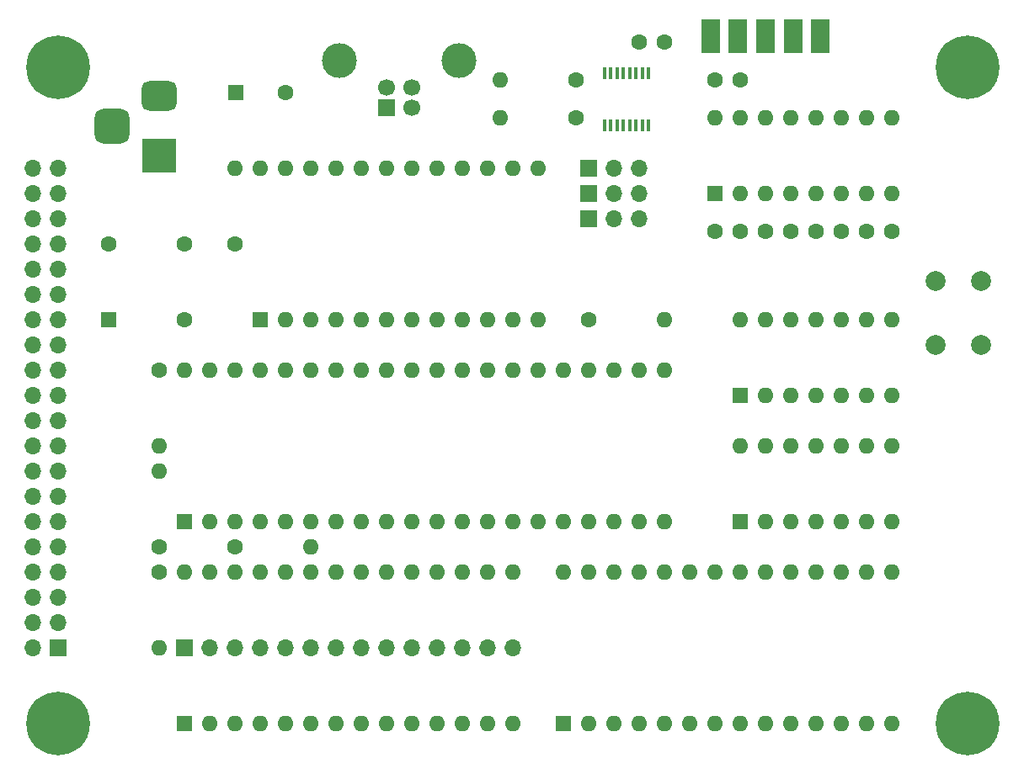
<source format=gts>
G04 #@! TF.GenerationSoftware,KiCad,Pcbnew,8.0.1*
G04 #@! TF.CreationDate,2024-05-27T02:36:23-05:00*
G04 #@! TF.ProjectId,Minimal-6502,53656172-6c65-4363-9530-322e6b696361,rev?*
G04 #@! TF.SameCoordinates,Original*
G04 #@! TF.FileFunction,Soldermask,Top*
G04 #@! TF.FilePolarity,Negative*
%FSLAX46Y46*%
G04 Gerber Fmt 4.6, Leading zero omitted, Abs format (unit mm)*
G04 Created by KiCad (PCBNEW 8.0.1) date 2024-05-27 02:36:23*
%MOMM*%
%LPD*%
G01*
G04 APERTURE LIST*
G04 Aperture macros list*
%AMRoundRect*
0 Rectangle with rounded corners*
0 $1 Rounding radius*
0 $2 $3 $4 $5 $6 $7 $8 $9 X,Y pos of 4 corners*
0 Add a 4 corners polygon primitive as box body*
4,1,4,$2,$3,$4,$5,$6,$7,$8,$9,$2,$3,0*
0 Add four circle primitives for the rounded corners*
1,1,$1+$1,$2,$3*
1,1,$1+$1,$4,$5*
1,1,$1+$1,$6,$7*
1,1,$1+$1,$8,$9*
0 Add four rect primitives between the rounded corners*
20,1,$1+$1,$2,$3,$4,$5,0*
20,1,$1+$1,$4,$5,$6,$7,0*
20,1,$1+$1,$6,$7,$8,$9,0*
20,1,$1+$1,$8,$9,$2,$3,0*%
G04 Aperture macros list end*
%ADD10R,1.700000X1.700000*%
%ADD11O,1.700000X1.700000*%
%ADD12C,1.600000*%
%ADD13O,1.600000X1.600000*%
%ADD14R,3.500000X3.500000*%
%ADD15RoundRect,0.750000X-1.000000X0.750000X-1.000000X-0.750000X1.000000X-0.750000X1.000000X0.750000X0*%
%ADD16RoundRect,0.875000X-0.875000X0.875000X-0.875000X-0.875000X0.875000X-0.875000X0.875000X0.875000X0*%
%ADD17R,0.400000X1.200000*%
%ADD18C,1.700000*%
%ADD19C,3.500000*%
%ADD20R,1.600000X1.600000*%
%ADD21C,0.800000*%
%ADD22C,6.400000*%
%ADD23C,2.000000*%
%ADD24R,1.846667X3.480000*%
G04 APERTURE END LIST*
D10*
X144780000Y-114300000D03*
D11*
X147320000Y-114300000D03*
X149859999Y-114300000D03*
X152400000Y-114300000D03*
X154940000Y-114300000D03*
X157480000Y-114300000D03*
X160020000Y-114300000D03*
X162560001Y-114300000D03*
X165100000Y-114300000D03*
X167640000Y-114300000D03*
X170180000Y-114300000D03*
X172719999Y-114300000D03*
X175260000Y-114300000D03*
X177800000Y-114300000D03*
D12*
X149860000Y-104140000D03*
D13*
X157480000Y-104140000D03*
D12*
X149860000Y-73660000D03*
D13*
X149860000Y-66040000D03*
D12*
X142240000Y-104140000D03*
D13*
X142240000Y-96520000D03*
D12*
X142240000Y-106680000D03*
D13*
X142240000Y-114300000D03*
D10*
X132080000Y-114300000D03*
D11*
X129540000Y-114300000D03*
X132080000Y-111760000D03*
X129540000Y-111760000D03*
X132080000Y-109220001D03*
X129540000Y-109220000D03*
X132080000Y-106680000D03*
X129540000Y-106680000D03*
X132080000Y-104140000D03*
X129540000Y-104140000D03*
X132080000Y-101600000D03*
X129540000Y-101600000D03*
X132080000Y-99060000D03*
X129540000Y-99060000D03*
X132080000Y-96519999D03*
X129540000Y-96520000D03*
X132080000Y-93980000D03*
X129540000Y-93980000D03*
X132080000Y-91440000D03*
X129540000Y-91440000D03*
X132080000Y-88900000D03*
X129540000Y-88900000D03*
X132080000Y-86360001D03*
X129540000Y-86360000D03*
X132080000Y-83820000D03*
X129540000Y-83820000D03*
X132080000Y-81280000D03*
X129540000Y-81280000D03*
X132080000Y-78740000D03*
X129540000Y-78740000D03*
X132080000Y-76200001D03*
X129540000Y-76200000D03*
X132080000Y-73659999D03*
X129540000Y-73660000D03*
X132080000Y-71120000D03*
X129540000Y-71120000D03*
X132080000Y-68580000D03*
X129540000Y-68580000D03*
X132080000Y-66040000D03*
X129540000Y-66040000D03*
D14*
X142240000Y-64770000D03*
D15*
X142240000Y-58770000D03*
D16*
X137540000Y-61770000D03*
D17*
X191452501Y-56455000D03*
X190817501Y-56454999D03*
X190182501Y-56455000D03*
X189547501Y-56455000D03*
X188912501Y-56455000D03*
X188277501Y-56455000D03*
X187642501Y-56454999D03*
X187007501Y-56455000D03*
X187007501Y-61655000D03*
X187642501Y-61655001D03*
X188277501Y-61655000D03*
X188912501Y-61655000D03*
X189547501Y-61655000D03*
X190182501Y-61655000D03*
X190817501Y-61655001D03*
X191452501Y-61655000D03*
D12*
X184150001Y-60960000D03*
D13*
X176530001Y-60960000D03*
X176530001Y-57150000D03*
D12*
X184150001Y-57150000D03*
D10*
X185420000Y-71120000D03*
D11*
X187960000Y-71120000D03*
X190499999Y-71120000D03*
D10*
X185420001Y-68580000D03*
D11*
X187960001Y-68580000D03*
X190500000Y-68580000D03*
D10*
X185420001Y-66040000D03*
D11*
X187960001Y-66040000D03*
X190500000Y-66040000D03*
D10*
X165140001Y-59917500D03*
D18*
X167640001Y-59917500D03*
X167640001Y-57917499D03*
X165140001Y-57917499D03*
D19*
X160370001Y-55207500D03*
X172410001Y-55207500D03*
D12*
X190500000Y-53340000D03*
X193000000Y-53340000D03*
D20*
X149940000Y-58420000D03*
D12*
X154940000Y-58420000D03*
D21*
X221120000Y-121920000D03*
X221822944Y-120222944D03*
X221822944Y-123617056D03*
X223520000Y-119520000D03*
D22*
X223520000Y-121920000D03*
D21*
X223520000Y-124320000D03*
X225217056Y-120222944D03*
X225217056Y-123617056D03*
X225920000Y-121920000D03*
X129680000Y-121920000D03*
X130382944Y-120222944D03*
X130382944Y-123617056D03*
X132080000Y-119520000D03*
D22*
X132080000Y-121920000D03*
D21*
X132080000Y-124320000D03*
X133777056Y-120222944D03*
X133777056Y-123617056D03*
X134480000Y-121920000D03*
X221120000Y-55880000D03*
X221822944Y-54182944D03*
X221822944Y-57577056D03*
X223520000Y-53480000D03*
D22*
X223520000Y-55880000D03*
D21*
X223520000Y-58280000D03*
X225217056Y-54182944D03*
X225217056Y-57577056D03*
X225920000Y-55880000D03*
X129680000Y-55880000D03*
X130382944Y-54182944D03*
X130382944Y-57577056D03*
X132080000Y-53480000D03*
D22*
X132080000Y-55880000D03*
D21*
X132080000Y-58280000D03*
X133777056Y-54182944D03*
X133777056Y-57577056D03*
X134480000Y-55880000D03*
D20*
X137160000Y-81280000D03*
D12*
X144780000Y-81280000D03*
X144780000Y-73660000D03*
X137160000Y-73660000D03*
D13*
X144780000Y-86360000D03*
X147320000Y-86360000D03*
X149860000Y-86360000D03*
X152400000Y-86360000D03*
X154940000Y-86360000D03*
X157480000Y-86360000D03*
X160020000Y-86360000D03*
X162560000Y-86360000D03*
X165100000Y-86360000D03*
X167640000Y-86360000D03*
X170180000Y-86360000D03*
X172720000Y-86360000D03*
X175260000Y-86360000D03*
X177800000Y-86360000D03*
X180340000Y-86360000D03*
X182880000Y-86360000D03*
X185420000Y-86360000D03*
X187960000Y-86360000D03*
X190500000Y-86360000D03*
X193040000Y-86360000D03*
X193040000Y-101600000D03*
X190500000Y-101600000D03*
X187960000Y-101600000D03*
X185420001Y-101600000D03*
X182879999Y-101600000D03*
X180340000Y-101600000D03*
X177800000Y-101600000D03*
X175260000Y-101600000D03*
X172719999Y-101600000D03*
X170180000Y-101600000D03*
X167640000Y-101600000D03*
X165100000Y-101600000D03*
X162560001Y-101600000D03*
X160020000Y-101600000D03*
X157480000Y-101600000D03*
X154940000Y-101600000D03*
X152400000Y-101600000D03*
X149859999Y-101600000D03*
X147320000Y-101600000D03*
D20*
X144780000Y-101600000D03*
D13*
X182880000Y-106680000D03*
X185420000Y-106680000D03*
X187960000Y-106680000D03*
X190500000Y-106680000D03*
X193040000Y-106680000D03*
X195580000Y-106680000D03*
X198120000Y-106680000D03*
X200660000Y-106680000D03*
X203200000Y-106680000D03*
X205740000Y-106680000D03*
X208280000Y-106680000D03*
X210820000Y-106680000D03*
X213360000Y-106680000D03*
X215900000Y-106680000D03*
X215900000Y-121920000D03*
X213360000Y-121920000D03*
X210819999Y-121920000D03*
X208280000Y-121920000D03*
X205740000Y-121920000D03*
X203200000Y-121920000D03*
X200660001Y-121920000D03*
X198120000Y-121920000D03*
X195580000Y-121920000D03*
X193040000Y-121920000D03*
X190500000Y-121920000D03*
X187959999Y-121920000D03*
X185420000Y-121920000D03*
D20*
X182880000Y-121920000D03*
X144780000Y-121920000D03*
D13*
X147320000Y-121920000D03*
X149859999Y-121920000D03*
X152400000Y-121920000D03*
X154940000Y-121920000D03*
X157480000Y-121920000D03*
X160020000Y-121920000D03*
X162560001Y-121920000D03*
X165100000Y-121920000D03*
X167640000Y-121920000D03*
X170180000Y-121920000D03*
X172719999Y-121920000D03*
X175260000Y-121920000D03*
X177800000Y-121920000D03*
X177800000Y-106680000D03*
X175260000Y-106680000D03*
X172720000Y-106680000D03*
X170180000Y-106680000D03*
X167640000Y-106680000D03*
X165100000Y-106680000D03*
X162560000Y-106680000D03*
X160020000Y-106680000D03*
X157480000Y-106680000D03*
X154940000Y-106680000D03*
X152400000Y-106680000D03*
X149860000Y-106680000D03*
X147320000Y-106680000D03*
X144780000Y-106680000D03*
D20*
X200660000Y-88900000D03*
D13*
X203200000Y-88900000D03*
X205739999Y-88900000D03*
X208280000Y-88900000D03*
X210820000Y-88900000D03*
X213360000Y-88900000D03*
X215900000Y-88900000D03*
X215900000Y-81280000D03*
X213360000Y-81280000D03*
X210820000Y-81280000D03*
X208280000Y-81280000D03*
X205740000Y-81280000D03*
X203200000Y-81280000D03*
X200660000Y-81280000D03*
X200660000Y-93980000D03*
X203200000Y-93980000D03*
X205740000Y-93980000D03*
X208280000Y-93980000D03*
X210820000Y-93980000D03*
X213360000Y-93980000D03*
X215900000Y-93980000D03*
X215900000Y-101600000D03*
X213360000Y-101600000D03*
X210820000Y-101600000D03*
X208280000Y-101600000D03*
X205739999Y-101600000D03*
X203200000Y-101600000D03*
D20*
X200660000Y-101600000D03*
X198119999Y-68580000D03*
D13*
X200659999Y-68580000D03*
X203199998Y-68580000D03*
X205739999Y-68580000D03*
X208279999Y-68580000D03*
X210819999Y-68580000D03*
X213359999Y-68580000D03*
X215900000Y-68580000D03*
X215899999Y-60960000D03*
X213359999Y-60960000D03*
X210819999Y-60960000D03*
X208279999Y-60960000D03*
X205739999Y-60960000D03*
X203199999Y-60960000D03*
X200659999Y-60960000D03*
X198119999Y-60960000D03*
D20*
X152400000Y-81280000D03*
D13*
X154940000Y-81280000D03*
X157479999Y-81280000D03*
X160020000Y-81280000D03*
X162560000Y-81280000D03*
X165100000Y-81280000D03*
X167640000Y-81280000D03*
X170180001Y-81280000D03*
X172720000Y-81280000D03*
X175260000Y-81280000D03*
X177800000Y-81280000D03*
X180339999Y-81280000D03*
X180340000Y-66040000D03*
X177800000Y-66040000D03*
X175260000Y-66040000D03*
X172720000Y-66040000D03*
X170180000Y-66040000D03*
X167640000Y-66040000D03*
X165100000Y-66040000D03*
X162560000Y-66040000D03*
X160020000Y-66040000D03*
X157480000Y-66040000D03*
X154940000Y-66040000D03*
X152400000Y-66040000D03*
D23*
X220345000Y-83820000D03*
X220345000Y-77320000D03*
X224845001Y-83820000D03*
X224845000Y-77319999D03*
D12*
X185420000Y-81280000D03*
D13*
X193040000Y-81280000D03*
X142240000Y-93980000D03*
D12*
X142240000Y-86360000D03*
D24*
X208740000Y-52682500D03*
X205969999Y-52682500D03*
X203199999Y-52682500D03*
X200429999Y-52682500D03*
X197659998Y-52682500D03*
D12*
X200619999Y-57150000D03*
X198119999Y-57150000D03*
X215859999Y-72390000D03*
X213359999Y-72390000D03*
X205739999Y-72390000D03*
X203239999Y-72390000D03*
X210779999Y-72390000D03*
X208279999Y-72390000D03*
X200619999Y-72390000D03*
X198119999Y-72390000D03*
M02*

</source>
